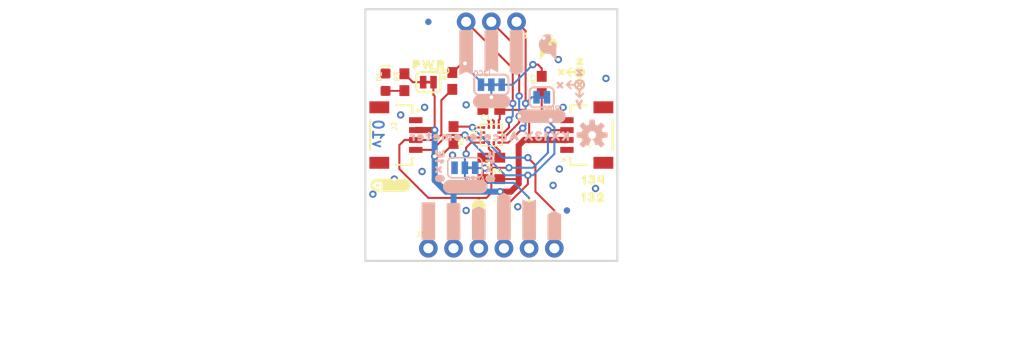
<source format=kicad_pcb>
(kicad_pcb (version 20211014) (generator pcbnew)
  (layers (0 "F.Cu" signal) (31 "B.Cu" signal) (34 "B.Paste" user) (35 "F.Paste" user) (36 "B.SilkS" user "B.Silkscreen") (37 "F.SilkS" user "F.Silkscreen") (38 "B.Mask" user) (39 "F.Mask" user) (44 "Edge.Cuts" user))
  (net 0 "")
  (net 1 "3.3V")
  (net 2 "GND")
  (net 3 "N$3")
  (net 4 "N$1")
  (net 5 "N$2")
  (net 6 "N$4")
  (net 7 "INT1")
  (net 8 "INT2")
  (net 9 "TRIG")
  (net 10 "~{CS}")
  (net 11 "SCL/SCLK")
  (net 12 "SDA/SDI")
  (net 13 "ADR/SDO")
  (net 14 "N$5")
  (footprint "boardEagle:STAND-OFF" (layer "F.Cu") (at 158.6611 94.8436)
    (fp_text reference "JP4" hide)
    (fp_text value "STAND-OFF" hide)
    (pad "" np_thru_hole circle (at 0 0) (size 3.302 3.302) (drill 3.302) (layers *.Cu *.Mask))
  )
  (footprint "boardEagle:LED-0603" (layer "F.Cu") (at 137.8331 99.6696 90)
    (fp_text reference "D1" (at 0 -0.635 90) (layer "F.SilkS") (effects (font (size 0.512064 0.512064) (thickness 0.097536)) (justify left)))
    (fp_text value "RED")
    (pad "A" smd roundrect (at -0.877 0) (size 1 1) (layers "F.Cu" "F.Paste" "F.Mask") (roundrect_rratio 0.15) (net 3 "N$3"))
    (pad "C" smd roundrect (at 0.877 0) (size 1 1) (layers "F.Cu" "F.Paste" "F.Mask") (roundrect_rratio 0.15) (net 2 "GND"))
  )
  (footprint "boardEagle:JST04_1MM_RA" (layer "F.Cu") (at 156.1211 105.0036 90)
    (fp_text reference "J4" (at -1.397 2.159 90) (layer "F.SilkS") (effects (font (size 0.512064 0.512064) (thickness 0.097536)) (justify left)))
    (fp_text value "QWIIC")
    (pad "1" smd rect (at -1.5 0 90) (size 0.6 1.35) (layers "F.Cu" "F.Paste" "F.Mask") (net 2 "GND"))
    (pad "2" smd rect (at -0.5 0 90) (size 0.6 1.35) (layers "F.Cu" "F.Paste" "F.Mask") (net 1 "3.3V"))
    (pad "3" smd rect (at 0.5 0 90) (size 0.6 1.35) (layers "F.Cu" "F.Paste" "F.Mask") (net 12 "SDA/SDI"))
    (pad "4" smd rect (at 1.5 0 90) (size 0.6 1.35) (layers "F.Cu" "F.Paste" "F.Mask") (net 11 "SCL/SCLK"))
    (pad "NC1" smd rect (at 2.8 3.675 90) (size 1.2 2) (layers "F.Cu" "F.Paste" "F.Mask"))
    (pad "NC2" smd rect (at -2.8 3.675 90) (size 1.2 2) (layers "F.Cu" "F.Paste" "F.Mask"))
  )
  (footprint "boardEagle:#SDA#0" (layer "F.Cu") (at 147.2311 115.9256 90)
    (fp_text reference "U$3" hide)
    (fp_text value "" hide)
  )
  (footprint "boardEagle:STAND-OFF" (layer "F.Cu") (at 138.3411 115.1636)
    (fp_text reference "JP7" hide)
    (fp_text value "STAND-OFF" hide)
    (pad "" np_thru_hole circle (at 0 0) (size 3.302 3.302) (drill 3.302) (layers *.Cu *.Mask))
  )
  (footprint "boardEagle:SMT-JUMPER_2_NC_TRACE_SILK" (layer "F.Cu") (at 142.1511 99.6696)
    (fp_text reference "PWR0" (at 0 -1.143) (layer "F.SilkS") (effects (font (size 0.512064 0.512064) (thickness 0.097536)) (justify left)))
    (fp_text value "JUMPER-SMT_2_NC_TRACE_SILK")
    (fp_poly (pts (xy 0.1905 0.13335) (xy -0.70485 0.13335) (xy -0.70485 -0.13335) (xy 0.1905 -0.13335)) (layer "F.Cu") (width 0) (fill solid))
    (pad "1" smd rect (at -0.5207 0) (size 0.6604 1.27) (layers "F.Cu" "F.Mask") (net 4 "N$1"))
    (pad "2" smd rect (at 0.5207 0) (size 0.6604 1.27) (layers "F.Cu" "F.Mask") (net 1 "3.3V"))
  )
  (footprint "boardEagle:#3V3#0" (layer "F.Cu") (at 144.6911 115.9256 90)
    (fp_text reference "U$4" hide)
    (fp_text value "" hide)
  )
  (footprint "boardEagle:#INT2#0" (layer "F.Cu") (at 145.9611 94.0816 -90)
    (fp_text reference "U$18" hide)
    (fp_text value "" hide)
  )
  (footprint "boardEagle:#SCL#0" (layer "F.Cu") (at 149.7711 115.9256 90)
    (fp_text reference "U$2" hide)
    (fp_text value "" hide)
  )
  (footprint "boardEagle:PWR0" (layer "F.Cu") (at 139.8651 97.8916)
    (fp_text reference "U$31" hide)
    (fp_text value "" hide)
  )
  (footprint "boardEagle:#GND#0" (layer "F.Cu") (at 142.1511 115.9256 90)
    (fp_text reference "U$6" hide)
    (fp_text value "" hide)
  )
  (footprint "boardEagle:##CS##0" (layer "F.Cu") (at 154.8511 115.9256 90)
    (fp_text reference "U$8" hide)
    (fp_text value "" hide)
  )
  (footprint "boardEagle:MICRO-FIDUCIAL" (layer "F.Cu") (at 156.1211 112.6236)
    (fp_text reference "JP2" hide)
    (fp_text value "FIDUCIALUFIDUCIAL" hide)
    (pad "1" smd roundrect (at 0 0) (size 0.635 0.635) (layers "F.Cu" "F.Mask") (roundrect_rratio 0.5))
  )
  (footprint "boardEagle:0603" (layer "F.Cu") (at 148.5011 102.4636 180)
    (fp_text reference "C1" (at 0 -0.762) (layer "F.SilkS") (effects (font (size 0.512064 0.512064) (thickness 0.097536)) (justify right)))
    (fp_text value "0.1uF")
    (pad "1" smd rect (at -0.85 0 180) (size 1.1 1) (layers "F.Cu" "F.Paste" "F.Mask") (net 1 "3.3V"))
    (pad "2" smd rect (at 0.85 0 180) (size 1.1 1) (layers "F.Cu" "F.Paste" "F.Mask") (net 2 "GND"))
  )
  (footprint "boardEagle:KX13X" (layer "F.Cu") (at 148.5011 105.0036 90)
    (fp_text reference "U1" (at 0 -1.7 90) (layer "F.SilkS") (effects (font (size 0.512064 0.512064) (thickness 0.097536)) (justify left)))
    (fp_text value "KX134")
    (pad "1" smd rect (at -0.7625 -0.75 180) (size 0.25 0.275) (layers "F.Cu" "F.Paste" "F.Mask") (net 13 "ADR/SDO"))
    (pad "2" smd rect (at -0.7625 -0.25 180) (size 0.25 0.275) (layers "F.Cu" "F.Paste" "F.Mask") (net 12 "SDA/SDI"))
    (pad "3" smd rect (at -0.7625 0.25 180) (size 0.25 0.275) (layers "F.Cu" "F.Paste" "F.Mask") (net 1 "3.3V"))
    (pad "4" smd rect (at -0.7625 0.75 180) (size 0.25 0.275) (layers "F.Cu" "F.Paste" "F.Mask") (net 9 "TRIG"))
    (pad "5" smd rect (at -0.25 0.75 90) (size 0.25 0.275) (layers "F.Cu" "F.Paste" "F.Mask") (net 7 "INT1"))
    (pad "6" smd rect (at 0.25 0.75 90) (size 0.25 0.275) (layers "F.Cu" "F.Paste" "F.Mask") (net 8 "INT2"))
    (pad "7" smd rect (at 0.7625 0.75 180) (size 0.25 0.275) (layers "F.Cu" "F.Paste" "F.Mask") (net 1 "3.3V"))
    (pad "8" smd rect (at 0.7625 0.25 180) (size 0.25 0.275) (layers "F.Cu" "F.Paste" "F.Mask") (net 2 "GND"))
    (pad "9" smd rect (at 0.7625 -0.25 180) (size 0.25 0.275) (layers "F.Cu" "F.Paste" "F.Mask") (net 2 "GND"))
    (pad "10" smd rect (at 0.7625 -0.75 180) (size 0.25 0.275) (layers "F.Cu" "F.Paste" "F.Mask") (net 10 "~{CS}"))
    (pad "11" smd rect (at 0.25 -0.75 90) (size 0.25 0.275) (layers "F.Cu" "F.Paste" "F.Mask"))
    (pad "12" smd rect (at -0.25 -0.75 90) (size 0.25 0.275) (layers "F.Cu" "F.Paste" "F.Mask") (net 11 "SCL/SCLK"))
  )
  (footprint "boardEagle:JST04_1MM_RA" (layer "F.Cu") (at 140.8811 105.0036 -90)
    (fp_text reference "J2" (at -1.397 2.159 90) (layer "F.SilkS") (effects (font (size 0.512064 0.512064) (thickness 0.097536)) (justify right)))
    (fp_text value "QWIIC")
    (pad "1" smd rect (at -1.5 0 270) (size 0.6 1.35) (layers "F.Cu" "F.Paste" "F.Mask") (net 2 "GND"))
    (pad "2" smd rect (at -0.5 0 270) (size 0.6 1.35) (layers "F.Cu" "F.Paste" "F.Mask") (net 1 "3.3V"))
    (pad "3" smd rect (at 0.5 0 270) (size 0.6 1.35) (layers "F.Cu" "F.Paste" "F.Mask") (net 12 "SDA/SDI"))
    (pad "4" smd rect (at 1.5 0 270) (size 0.6 1.35) (layers "F.Cu" "F.Paste" "F.Mask") (net 11 "SCL/SCLK"))
    (pad "NC1" smd rect (at 2.8 3.675 270) (size 1.2 2) (layers "F.Cu" "F.Paste" "F.Mask"))
    (pad "NC2" smd rect (at -2.8 3.675 270) (size 1.2 2) (layers "F.Cu" "F.Paste" "F.Mask"))
  )
  (footprint "boardEagle:0603" (layer "F.Cu") (at 148.5011 109.4486)
    (fp_text reference "R4" (at 0 -0.762) (layer "F.SilkS") (effects (font (size 0.512064 0.512064) (thickness 0.097536)) (justify left)))
    (fp_text value "4.7k")
    (pad "1" smd rect (at -0.85 0) (size 1.1 1) (layers "F.Cu" "F.Paste" "F.Mask") (net 14 "N$5"))
    (pad "2" smd rect (at 0.85 0) (size 1.1 1) (layers "F.Cu" "F.Paste" "F.Mask") (net 1 "3.3V"))
  )
  (footprint "boardEagle:1340" (layer "F.Cu") (at 156.8831 109.5248)
    (fp_text reference "U$34" hide)
    (fp_text value "" hide)
  )
  (footprint "boardEagle:CREATIVE_COMMONS" (layer "F.Cu") (at 119.2911 125.3236)
    (fp_text reference "FRAME1" hide)
    (fp_text value "FRAME-LETTER" hide)
  )
  (footprint "boardEagle:1X06_NO_SILK" (layer "F.Cu") (at 142.1511 116.4336)
    (fp_text reference "J5" (at -1.27 -1.397) (layer "F.SilkS") (effects (font (size 0.512064 0.512064) (thickness 0.097536)) (justify left)))
    (fp_text value "")
    (pad "1" thru_hole circle (at 0 0 90) (size 1.8796 1.8796) (drill 1.016) (layers *.Cu *.Mask) (net 2 "GND"))
    (pad "2" thru_hole circle (at 2.54 0 90) (size 1.8796 1.8796) (drill 1.016) (layers *.Cu *.Mask) (net 1 "3.3V"))
    (pad "3" thru_hole circle (at 5.08 0 90) (size 1.8796 1.8796) (drill 1.016) (layers *.Cu *.Mask) (net 12 "SDA/SDI"))
    (pad "4" thru_hole circle (at 7.62 0 90) (size 1.8796 1.8796) (drill 1.016) (layers *.Cu *.Mask) (net 11 "SCL/SCLK"))
    (pad "5" thru_hole circle (at 10.16 0 90) (size 1.8796 1.8796) (drill 1.016) (layers *.Cu *.Mask) (net 13 "ADR/SDO"))
    (pad "6" thru_hole circle (at 12.7 0 90) (size 1.8796 1.8796) (drill 1.016) (layers *.Cu *.Mask) (net 10 "~{CS}"))
  )
  (footprint "boardEagle:QWIIC_4MM" (layer "F.Cu") (at 138.3411 110.0836)
    (fp_text reference "LOGO3" hide)
    (fp_text value "QWIIC_LOGO_4MM" hide)
  )
  (footprint "boardEagle:SFE_LOGO_FLAME_.1" (layer "F.Cu") (at 154.2415 96.0628)
    (fp_text reference "LOGO1" hide)
    (fp_text value "SFE_LOGO_FLAME.1_INCH" hide)
  )
  (footprint "boardEagle:X0" (layer "F.Cu") (at 154.4955 98.5266)
    (fp_text reference "U$28" hide)
    (fp_text value "" hide)
  )
  (footprint "boardEagle:MICRO-FIDUCIAL" (layer "F.Cu") (at 142.1511 93.5736)
    (fp_text reference "JP6" hide)
    (fp_text value "FIDUCIALUFIDUCIAL" hide)
    (pad "1" smd roundrect (at 0 0) (size 0.635 0.635) (layers "F.Cu" "F.Mask") (roundrect_rratio 0.5))
  )
  (footprint "boardEagle:STAND-OFF" (layer "F.Cu") (at 138.3411 94.8436)
    (fp_text reference "JP3" hide)
    (fp_text value "STAND-OFF" hide)
    (pad "" np_thru_hole circle (at 0 0) (size 3.302 3.302) (drill 3.302) (layers *.Cu *.Mask))
  )
  (footprint "boardEagle:1X03_NO_SILK" (layer "F.Cu") (at 151.0411 93.5736 180)
    (fp_text reference "J1" (at -1.27 -1.397) (layer "F.SilkS") (effects (font (size 0.512064 0.512064) (thickness 0.097536)) (justify right)))
    (fp_text value "")
    (pad "1" thru_hole circle (at 0 0 270) (size 1.8796 1.8796) (drill 1.016) (layers *.Cu *.Mask) (net 9 "TRIG"))
    (pad "2" thru_hole circle (at 2.54 0 270) (size 1.8796 1.8796) (drill 1.016) (layers *.Cu *.Mask) (net 7 "INT1"))
    (pad "3" thru_hole circle (at 5.08 0 270) (size 1.8796 1.8796) (drill 1.016) (layers *.Cu *.Mask) (net 8 "INT2"))
  )
  (footprint "boardEagle:STAND-OFF" (layer "F.Cu") (at 158.6611 115.1636)
    (fp_text reference "JP8" hide)
    (fp_text value "STAND-OFF" hide)
    (pad "" np_thru_hole circle (at 0 0) (size 3.302 3.302) (drill 3.302) (layers *.Cu *.Mask))
  )
  (footprint "boardEagle:0603" (layer "F.Cu") (at 139.7381 99.6696 90)
    (fp_text reference "R3" (at 0 -0.762 90) (layer "F.SilkS") (effects (font (size 0.512064 0.512064) (thickness 0.097536)) (justify left)))
    (fp_text value "1k")
    (pad "1" smd rect (at -0.85 0 90) (size 1.1 1) (layers "F.Cu" "F.Paste" "F.Mask") (net 3 "N$3"))
    (pad "2" smd rect (at 0.85 0 90) (size 1.1 1) (layers "F.Cu" "F.Paste" "F.Mask") (net 4 "N$1"))
  )
  (footprint "boardEagle:#ADR#3" (layer "F.Cu") (at 152.3111 115.9256 90)
    (fp_text reference "U$20" hide)
    (fp_text value "" hide)
  )
  (footprint "boardEagle:Z0" (layer "F.Cu") (at 156.3751 97.4598)
    (fp_text reference "U$30" hide)
    (fp_text value "" hide)
  )
  (footprint "boardEagle:#INT1#0" (layer "F.Cu") (at 148.5011 94.0816 -90)
    (fp_text reference "U$12" hide)
    (fp_text value "" hide)
  )
  (footprint "boardEagle:0603" (layer "F.Cu") (at 144.6911 105.0036 -90)
    (fp_text reference "R2" (at 0 -0.762 90) (layer "F.SilkS") (effects (font (size 0.512064 0.512064) (thickness 0.097536)) (justify right)))
    (fp_text value "4.7k")
    (pad "1" smd rect (at -0.85 0 270) (size 1.1 1) (layers "F.Cu" "F.Paste" "F.Mask") (net 10 "~{CS}"))
    (pad "2" smd rect (at 0.85 0 270) (size 1.1 1) (layers "F.Cu" "F.Paste" "F.Mask") (net 1 "3.3V"))
  )
  (footprint "boardEagle:1320" (layer "F.Cu") (at 156.8323 111.2774)
    (fp_text reference "U$33" hide)
    (fp_text value "" hide)
  )
  (footprint "boardEagle:0603" (layer "F.Cu") (at 144.5641 99.5426 90)
    (fp_text reference "R1" (at 0 -0.762 90) (layer "F.SilkS") (effects (font (size 0.512064 0.512064) (thickness 0.097536)) (justify left)))
    (fp_text value "4.7k")
    (pad "1" smd rect (at -0.85 0 90) (size 1.1 1) (layers "F.Cu" "F.Paste" "F.Mask") (net 12 "SDA/SDI"))
    (pad "2" smd rect (at 0.85 0 90) (size 1.1 1) (layers "F.Cu" "F.Paste" "F.Mask") (net 5 "N$2"))
  )
  (footprint "boardEagle:0603" (layer "F.Cu") (at 148.5011 107.2896 180)
    (fp_text reference "C4" (at 0 -0.762) (layer "F.SilkS") (effects (font (size 0.512064 0.512064) (thickness 0.097536)) (justify right)))
    (fp_text value "0.1uF")
    (pad "1" smd rect (at -0.85 0 180) (size 1.1 1) (layers "F.Cu" "F.Paste" "F.Mask") (net 1 "3.3V"))
    (pad "2" smd rect (at 0.85 0 180) (size 1.1 1) (layers "F.Cu" "F.Paste" "F.Mask") (net 2 "GND"))
  )
  (footprint "boardEagle:Y0" (layer "F.Cu") (at 156.2989 100.3808)
    (fp_text reference "U$29" hide)
    (fp_text value "" hide)
  )
  (footprint "boardEagle:0603" (layer "F.Cu") (at 153.5811 99.9236 90)
    (fp_text reference "R7" (at 0 -0.762 90) (layer "F.SilkS") (effects (font (size 0.512064 0.512064) (thickness 0.097536)) (justify left)))
    (fp_text value "4.7k")
    (pad "1" smd rect (at -0.85 0 90) (size 1.1 1) (layers "F.Cu" "F.Paste" "F.Mask") (net 11 "SCL/SCLK"))
    (pad "2" smd rect (at 0.85 0 90) (size 1.1 1) (layers "F.Cu" "F.Paste" "F.Mask") (net 6 "N$4"))
  )
  (footprint "boardEagle:#TRIG#0" (layer "F.Cu") (at 151.0411 94.0816 -90)
    (fp_text reference "U$11" hide)
    (fp_text value "" hide)
  )
  (footprint "boardEagle:KX13X_ACCELEROMETER14" (layer "B.Cu") (at 148.2471 105.1306 180)
    (fp_text reference "U$27" hide)
    (fp_text value "" hide)
  )
  (footprint "boardEagle:#SDO#0" (layer "B.Cu") (at 152.3111 115.9256 90)
    (fp_text reference "U$26" hide)
    (fp_text value "" hide)
  )
  (footprint "boardEagle:SFE_LOGO_FLAME_.1" (layer "B.Cu") (at 154.1907 96.1136 180)
    (fp_text reference "LOGO2" hide)
    (fp_text value "SFE_LOGO_FLAME.1_INCH" hide)
  )
  (footprint "boardEagle:#I2C#0" (layer "B.Cu") (at 150.4061 101.6254 180)
    (fp_text reference "U$22" hide)
    (fp_text value "" hide)
  )
  (footprint "boardEagle:SMT-JUMPER_2_NC_TRACE_SILK" (layer "B.Cu") (at 153.5811 101.1936)
    (fp_text reference "TRIG0" (at 0 1.143) (layer "B.SilkS") (effects (font (size 0.512064 0.512064) (thickness 0.097536)) (justify right mirror)))
    (fp_text value "JUMPER-SMT_2_NC_TRACE_SILK")
    (fp_poly (pts (xy 0.1905 -0.13335) (xy -0.70485 -0.13335) (xy -0.70485 0.13335) (xy 0.1905 0.13335)) (layer "B.Cu") (width 0) (fill solid))
    (pad "1" smd rect (at -0.5207 0) (size 0.6604 1.27) (layers "B.Cu" "B.Mask") (net 9 "TRIG"))
    (pad "2" smd rect (at 0.5207 0) (size 0.6604 1.27) (layers "B.Cu" "B.Mask") (net 2 "GND"))
  )
  (footprint "boardEagle:#SDI#0" (layer "B.Cu") (at 147.2311 115.9256 90)
    (fp_text reference "U$24" hide)
    (fp_text value "" hide)
  )
  (footprint "boardEagle:Y0" (layer "B.Cu") (at 158.4325 101.6508 180)
    (fp_text reference "U$21" hide)
    (fp_text value "" hide)
  )
  (footprint "boardEagle:MICRO-FIDUCIAL" (layer "B.Cu") (at 142.1511 93.5736 180)
    (fp_text reference "JP1" hide)
    (fp_text value "FIDUCIALUFIDUCIAL" hide)
    (pad "1" smd roundrect (at 0 0 180) (size 0.635 0.635) (layers "B.Cu" "B.Mask") (roundrect_rratio 0.5))
  )
  (footprint "boardEagle:X0" (layer "B.Cu") (at 156.4767 99.8474 180)
    (fp_text reference "U$1" hide)
    (fp_text value "" hide)
  )
  (footprint "boardEagle:#GND#0" (layer "B.Cu") (at 142.1511 115.9256 90)
    (fp_text reference "U$7" hide)
    (fp_text value "" hide)
  )
  (footprint "boardEagle:MICRO-FIDUCIAL" (layer "B.Cu") (at 156.1211 112.6236 180)
    (fp_text reference "JP5" hide)
    (fp_text value "FIDUCIALUFIDUCIAL" hide)
    (pad "1" smd roundrect (at 0 0 180) (size 0.635 0.635) (layers "B.Cu" "B.Mask") (roundrect_rratio 0.5))
  )
  (footprint "boardEagle:#INT2#0" (layer "B.Cu") (at 145.9611 94.0816 -90)
    (fp_text reference "U$19" hide)
    (fp_text value "" hide)
  )
  (footprint "boardEagle:#3V3#0" (layer "B.Cu") (at 144.6911 115.9256 90)
    (fp_text reference "U$5" hide)
    (fp_text value "" hide)
  )
  (footprint "boardEagle:OSHW-LOGO-S" (layer "B.Cu") (at 158.6611 105.0036 180)
    (fp_text reference "LOGO5" hide)
    (fp_text value "OSHW-LOGOS" hide)
  )
  (footprint "boardEagle:#SCLK#0" (layer "B.Cu") (at 149.7711 115.9256 90)
    (fp_text reference "U$25" hide)
    (fp_text value "" hide)
  )
  (footprint "boardEagle:0X1F0" (layer "B.Cu") (at 148.3741 110.4646 90)
    (fp_text reference "U$23" hide)
    (fp_text value "" hide)
  )
  (footprint "boardEagle:SMT-JUMPER_3_1-NC_TRACE_SILK" (layer "B.Cu") (at 145.8341 108.3056)
    (fp_text reference "ADR0" (at 0 1.143) (layer "B.SilkS") (effects (font (size 0.512064 0.512064) (thickness 0.097536)) (justify right mirror)))
    (fp_text value "JUMPER-SMT_3_1-NC_TRACE_SILK")
    (fp_poly (pts (xy 0.7112 -0.13335) (xy -0.19685 -0.13335) (xy -0.19685 0.13335) (xy 0.7112 0.13335)) (layer "B.Cu") (width 0) (fill solid))
    (pad "1" smd rect (at -1.0414 0) (size 0.6604 1.27) (layers "B.Cu" "B.Mask") (net 2 "GND"))
    (pad "2" smd rect (at 0 0) (size 0.6604 1.27) (layers "B.Cu" "B.Mask") (net 13 "ADR/SDO"))
    (pad "3" smd rect (at 1.0414 0) (size 0.6604 1.27) (layers "B.Cu" "B.Mask") (net 14 "N$5"))
  )
  (footprint "boardEagle:#ADR#0" (layer "B.Cu") (at 148.1201 110.2106 180)
    (fp_text reference "U$10" hide)
    (fp_text value "" hide)
  )
  (footprint "boardEagle:#TRIG#0" (layer "B.Cu") (at 151.0411 94.0816 -90)
    (fp_text reference "U$15" hide)
    (fp_text value "" hide)
  )
  (footprint "boardEagle:Z0" (layer "B.Cu") (at 158.4579 98.5774 180)
    (fp_text reference "U$32" hide)
    (fp_text value "" hide)
  )
  (footprint "boardEagle:##CS##0" (layer "B.Cu") (at 154.8511 115.9256 90)
    (fp_text reference "U$9" hide)
    (fp_text value "" hide)
  )
  (footprint "boardEagle:#TRIG#2" (layer "B.Cu") (at 155.9941 103.0986 180)
    (fp_text reference "U$17" hide)
    (fp_text value "" hide)
  )
  (footprint "boardEagle:#INT1#0" (layer "B.Cu") (at 148.5011 94.0816 -90)
    (fp_text reference "U$13" hide)
    (fp_text value "" hide)
  )
  (footprint "boardEagle:0X1E0" (layer "B.Cu") (at 143.2941 110.4646 90)
    (fp_text reference "U$14" hide)
    (fp_text value "" hide)
  )
  (footprint "boardEagle:SMT-JUMPER_3_2-NC_TRACE_SILK" (layer "B.Cu") (at 148.5011 99.9236 180)
    (fp_text reference "I2C0" (at 0 1.143) (layer "B.SilkS") (effects (font (size 0.512064 0.512064) (thickness 0.097536)) (justify left mirror)))
    (fp_text value "JUMPER-SMT_3_2-NC_TRACE_SILK")
    (fp_poly (pts (xy 0.7112 -0.13335) (xy -0.7112 -0.13335) (xy -0.7112 0.13335) (xy 0.7112 0.13335)) (layer "B.Cu") (width 0) (fill solid))
    (pad "1" smd rect (at -1.0414 0 180) (size 0.6604 1.27) (layers "B.Cu" "B.Mask") (net 6 "N$4"))
    (pad "2" smd rect (at 0 0 180) (size 0.6604 1.27) (layers "B.Cu" "B.Mask") (net 1 "3.3V"))
    (pad "3" smd rect (at 1.0414 0 180) (size 0.6604 1.27) (layers "B.Cu" "B.Mask") (net 5 "N$2"))
  )
  (gr_line (start 157.0736 99.6061) (end 157.7086 100.2411) (layer "B.SilkS") (width 0.2032))
  (gr_circle (center 157.3911 99.9236) (end 157.849003 99.9236) (layer "B.SilkS") (width 0.2032) (fill none))
  (gr_line (start 156.8831 99.9236) (end 156.1211 99.9236) (layer "B.SilkS") (width 0.2032))
  (gr_line (start 157.0736 100.2411) (end 157.7086 99.6061) (layer "B.SilkS") (width 0.2032))
  (gr_line (start 156.1211 99.9236) (end 156.5021 99.5426) (layer "B.SilkS") (width 0.2032))
  (gr_line (start 157.3911 101.1936) (end 157.0101 100.8126) (layer "B.SilkS") (width 0.2032))
  (gr_line (start 157.3911 101.1936) (end 157.3911 100.4316) (layer "B.SilkS") (width 0.2032))
  (gr_line (start 156.1211 99.9236) (end 156.5021 100.3046) (layer "B.SilkS") (width 0.2032))
  (gr_line (start 157.3911 101.1936) (end 157.7721 100.8126) (layer "B.SilkS") (width 0.2032))
  (gr_line (start 156.1211 98.6536) (end 156.5021 99.0346) (layer "F.SilkS") (width 0.2032))
  (gr_line (start 157.3911 99.9236) (end 157.3911 99.1616) (layer "F.SilkS") (width 0.2032))
  (gr_line (start 156.8831 98.6536) (end 156.1211 98.6536) (layer "F.SilkS") (width 0.2032))
  (gr_circle (center 157.3911 98.6536) (end 157.849003 98.6536) (layer "F.SilkS") (width 0.2032) (fill none))
  (gr_line (start 157.3911 99.9236) (end 157.0101 99.5426) (layer "F.SilkS") (width 0.2032))
  (gr_line (start 157.3911 99.9236) (end 157.7721 99.5426) (layer "F.SilkS") (width 0.2032))
  (gr_circle (center 157.3911 98.6536) (end 157.4673 98.6536) (layer "F.SilkS") (width 0.2032) (fill none))
  (gr_line (start 156.1211 98.6536) (end 156.5021 98.2726) (layer "F.SilkS") (width 0.2032))
  (gr_line (start 135.8011 117.7036) (end 135.8011 92.3036) (layer "Edge.Cuts") (width 0.2032))
  (gr_line (start 161.2011 92.3036) (end 161.2011 117.7036) (layer "Edge.Cuts") (width 0.2032))
  (gr_line (start 161.2011 117.7036) (end 135.8011 117.7036) (layer "Edge.Cuts") (width 0.2032))
  (gr_line (start 135.8011 92.3036) (end 161.2011 92.3036) (layer "Edge.Cuts") (width 0.2032))
  (gr_text "v10" (at 137.0711 104.8766 -90) (layer "B.Cu") (effects (font (size 1.0795 1.0795) (thickness 0.1905)) (justify mirror)))
  (segment (start 151.257 109.928057) (end 151.257 109.4486) (width 0.6096) (layer "F.Cu") (net 1))
  (segment (start 149.3511 103.3916) (end 149.3511 102.4636) (width 0.2032) (layer "F.Cu") (net 1))
  (segment (start 140.8811 104.5036) (end 140.8891 104.4956) (width 0.2032) (layer "F.Cu") (net 1))
  (segment (start 149.2511 103.4916) (end 149.3511 103.3916) (width 0.2032) (layer "F.Cu") (net 1))
  (segment (start 151.257 109.4486) (end 151.257 107.2896) (width 0.6096) (layer "F.Cu") (net 1))
  (segment (start 152.3191 105.5036) (end 151.8111 105.5036) (width 0.6096) (layer "F.Cu") (net 1))
  (segment (start 144.6911 105.8536) (end 143.3821 107.1626) (width 0.2032) (layer "F.Cu") (net 1))
  (segment (start 156.1211 105.5036) (end 152.3191 105.5036) (width 0.6096) (layer "F.Cu") (net 1))
  (segment (start 149.3901 110.7186) (end 150.466456 110.7186) (width 0.6096) (layer "F.Cu") (net 1))
  (segment (start 143.3821 107.1626) (end 142.7861 107.1626) (width 0.2032) (layer "F.Cu") (net 1))
  (segment (start 151.9301 102.4636) (end 149.3511 102.4636) (width 0.2032) (layer "F.Cu") (net 1))
  (segment (start 151.8111 105.5036) (end 151.257 106.0577) (width 0.6096) (layer "F.Cu") (net 1))
  (segment (start 148.7511 105.7661) (end 148.7511 106.0156) (width 0.2032) (layer "F.Cu") (net 1))
  (segment (start 149.3511 109.4486) (end 151.257 109.4486) (width 0.2032) (layer "F.Cu") (net 1))
  (segment (start 142.6591 100.9396) (end 142.6591 99.6823) (width 0.2032) (layer "F.Cu") (net 1))
  (segment (start 149.3511 106.6156) (end 148.7511 106.0156) (width 0.2032) (layer "F.Cu") (net 1))
  (segment (start 152.3111 102.8446) (end 151.9301 102.4636) (width 0.2032) (layer "F.Cu") (net 1))
  (segment (start 149.3511 101.4086) (end 149.3511 102.4636) (width 0.2032) (layer "F.Cu") (net 1))
  (segment (start 151.257 106.0577) (end 151.257 107.2896) (width 0.6096) (layer "F.Cu") (net 1))
  (segment (start 142.7861 101.0666) (end 142.6591 100.9396) (width 0.2032) (layer "F.Cu") (net 1))
  (segment (start 149.2511 104.2411) (end 149.2511 103.4916) (width 0.2032) (layer "F.Cu") (net 1))
  (segment (start 152.3111 105.5116) (end 152.3111 102.8446) (width 0.2032) (layer "F.Cu") (net 1))
  (segment (start 151.257 109.928057) (end 150.466456 110.7186) (width 0.6096) (layer "F.Cu") (net 1))
  (segment (start 148.5011 101.1936) (end 149.1361 101.1936) (width 0.2032) (layer "F.Cu") (net 1))
  (segment (start 142.7861 104.4956) (end 142.7861 101.0666) (width 0.2032) (layer "F.Cu") (net 1))
  (segment (start 149.3511 107.2896) (end 151.257 107.2896) (width 0.2032) (layer "F.Cu") (net 1))
  (segment (start 149.3511 107.2896) (end 149.3511 106.6156) (width 0.2032) (layer "F.Cu") (net 1))
  (segment (start 142.6591 99.6823) (end 142.6718 99.6696) (width 0.2032) (layer "F.Cu") (net 1))
  (segment (start 152.3111 105.5116) (end 152.3191 105.5036) (width 0.6096) (layer "F.Cu") (net 1))
  (segment (start 140.8891 104.4956) (end 142.7861 104.4956) (width 0.6096) (layer "F.Cu") (net 1))
  (segment (start 149.1361 101.1936) (end 149.3511 101.4086) (width 0.2032) (layer "F.Cu") (net 1))
  (via (at 149.3901 110.7186) (size 0.7366) (drill 0.381) (layers "F.Cu" "B.Cu") (net 1))
  (via (at 148.5011 101.1936) (size 0.7366) (drill 0.381) (layers "F.Cu" "B.Cu") (net 1))
  (via (at 142.7861 107.1626) (size 0.7366) (drill 0.381) (layers "F.Cu" "B.Cu") (net 1))
  (via (at 142.7861 104.4956) (size 0.7366) (drill 0.381) (layers "F.Cu" "B.Cu") (net 1))
  (segment (start 148.5011 99.9236) (end 148.5011 101.1936) (width 0.2032) (layer "B.Cu") (net 1))
  (segment (start 142.7861 107.1626) (end 142.7861 104.4956) (width 0.6096) (layer "B.Cu") (net 1))
  (segment (start 143.9291 110.7186) (end 142.7861 109.5756) (width 0.6096) (layer "B.Cu") (net 1))
  (segment (start 144.6911 110.7186) (end 144.6911 116.4336) (width 0.6096) (layer "B.Cu") (net 1))
  (segment (start 144.6911 110.7186) (end 143.9291 110.7186) (width 0.6096) (layer "B.Cu") (net 1))
  (segment (start 142.7861 109.5756) (end 142.7861 107.1626) (width 0.6096) (layer "B.Cu") (net 1))
  (segment (start 144.6911 110.7186) (end 149.3901 110.7186) (width 0.6096) (layer "B.Cu") (net 1))
  (segment (start 148.7511 103.6026) (end 148.6281 103.4796) (width 0.2032) (layer "F.Cu") (net 2))
  (segment (start 148.7511 104.2411) (end 148.7511 103.6026) (width 0.2032) (layer "F.Cu") (net 2))
  (segment (start 148.2511 103.6106) (end 148.1201 103.4796) (width 0.2032) (layer "F.Cu") (net 2))
  (segment (start 148.2511 104.2411) (end 148.2511 103.6106) (width 0.2032) (layer "F.Cu") (net 2))
  (via (at 141.7701 102.2096) (size 0.7366) (drill 0.381) (layers "F.Cu" "B.Cu") (net 2))
  (via (at 139.3571 102.9716) (size 0.7366) (drill 0.381) (layers "F.Cu" "B.Cu") (net 2))
  (via (at 141.5161 108.6866) (size 0.7366) (drill 0.381) (layers "F.Cu" "B.Cu") (net 2))
  (via (at 155.3591 108.4326) (size 0.7366) (drill 0.381) (layers "F.Cu" "B.Cu") (net 2))
  (via (at 154.7241 110.0836) (size 0.7366) (drill 0.381) (layers "F.Cu" "B.Cu") (net 2))
  (via (at 138.7221 109.4486) (size 0.7366) (drill 0.381) (layers "F.Cu" "B.Cu") (net 2))
  (via (at 159.004 110.4011) (size 0.7366) (drill 0.381) (layers "F.Cu" "B.Cu") (net 2))
  (via (at 145.9611 112.6236) (size 0.7366) (drill 0.381) (layers "F.Cu" "B.Cu") (net 2))
  (via (at 144.5895 107.0356) (size 0.7366) (drill 0.381) (layers "F.Cu" "B.Cu") (net 2))
  (via (at 136.5631 110.9726) (size 0.7366) (drill 0.381) (layers "F.Cu" "B.Cu") (net 2))
  (via (at 155.2575 97.3836) (size 0.7366) (drill 0.381) (layers "F.Cu" "B.Cu") (net 2))
  (via (at 151.1681 112.2426) (size 0.7366) (drill 0.381) (layers "F.Cu" "B.Cu") (net 2))
  (via (at 160.0581 99.2886) (size 0.7366) (drill 0.381) (layers "F.Cu" "B.Cu") (net 2))
  (via (at 145.9611 101.9556) (size 0.7366) (drill 0.381) (layers "F.Cu" "B.Cu") (net 2))
  (via (at 155.7401 102.2096) (size 0.7366) (drill 0.381) (layers "F.Cu" "B.Cu") (net 2))
  (segment (start 139.7381 100.5196) (end 139.7111 100.5466) (width 0.1778) (layer "F.Cu") (net 3))
  (segment (start 139.7111 100.5466) (end 137.8331 100.5466) (width 0.1778) (layer "F.Cu") (net 3))
  (segment (start 140.5881 99.6696) (end 141.6304 99.6696) (width 0.2032) (layer "F.Cu") (net 4))
  (segment (start 139.7381 98.8196) (end 140.5881 99.6696) (width 0.2032) (layer "F.Cu") (net 4))
  (segment (start 145.5293 97.7646) (end 144.6013 98.6926) (width 0.2032) (layer "F.Cu") (net 5))
  (segment (start 144.5641 98.6926) (end 144.6013 98.6926) (width 0.2032) (layer "F.Cu") (net 5))
  (segment (start 145.8341 97.7646) (end 145.5293 97.7646) (width 0.2032) (layer "F.Cu") (net 5))
  (via (at 145.8341 97.7646) (size 0.7366) (drill 0.381) (layers "F.Cu" "B.Cu") (net 5))
  (segment (start 147.4597 99.9236) (end 147.4597 99.6442) (width 0.2032) (layer "B.Cu") (net 5))
  (segment (start 145.8341 98.0186) (end 145.8341 97.7646) (width 0.2032) (layer "B.Cu") (net 5))
  (segment (start 147.4597 99.6442) (end 145.8341 98.0186) (width 0.2032) (layer "B.Cu") (net 5))
  (segment (start 153.2001 97.8916) (end 152.6921 97.8916) (width 0.2032) (layer "F.Cu") (net 6))
  (segment (start 153.5811 99.0736) (end 153.5811 98.2726) (width 0.2032) (layer "F.Cu") (net 6))
  (segment (start 153.5811 98.2726) (end 153.2001 97.8916) (width 0.2032) (layer "F.Cu") (net 6))
  (via (at 152.6921 97.8916) (size 0.7366) (drill 0.381) (layers "F.Cu" "B.Cu") (net 6))
  (segment (start 149.5425 99.9236) (end 150.6601 99.9236) (width 0.2032) (layer "B.Cu") (net 6))
  (segment (start 152.6921 97.8916) (end 150.6601 99.9236) (width 0.2032) (layer "B.Cu") (net 6))
  (segment (start 149.805918 105.2536) (end 149.2511 105.2536) (width 0.2032) (layer "F.Cu") (net 7))
  (segment (start 151.3078 96.3803) (end 151.3078 101.0666) (width 0.2032) (layer "F.Cu") (net 7))
  (segment (start 148.5011 93.5736) (end 151.3078 96.3803) (width 0.2032) (layer "F.Cu") (net 7))
  (segment (start 151.3078 103.1113) (end 151.3078 103.751719) (width 0.2032) (layer "F.Cu") (net 7))
  (segment (start 151.3078 103.751719) (end 149.805918 105.2536) (width 0.2032) (layer "F.Cu") (net 7))
  (via (at 151.3078 103.1113) (size 0.7366) (drill 0.381) (layers "F.Cu" "B.Cu") (net 7))
  (via (at 151.3078 101.0666) (size 0.7366) (drill 0.381) (layers "F.Cu" "B.Cu") (net 7))
  (segment (start 151.3078 101.0666) (end 151.3078 103.1113) (width 0.2032) (layer "B.Cu") (net 7))
  (segment (start 150.2791 103.4796) (end 150.2791 104.2416) (width 0.2032) (layer "F.Cu") (net 8))
  (segment (start 150.2791 104.2416) (end 149.7671 104.7536) (width 0.2032) (layer "F.Cu") (net 8))
  (segment (start 150.6601 98.2726) (end 150.6601 101.8159) (width 0.2032) (layer "F.Cu") (net 8))
  (segment (start 145.9611 93.5736) (end 150.6601 98.2726) (width 0.2032) (layer "F.Cu") (net 8))
  (segment (start 149.7671 104.7536) (end 149.2511 104.7536) (width 0.2032) (layer "F.Cu") (net 8))
  (via (at 150.6601 101.8159) (size 0.7366) (drill 0.381) (layers "F.Cu" "B.Cu") (net 8))
  (via (at 150.2791 103.4796) (size 0.7366) (drill 0.381) (layers "F.Cu" "B.Cu") (net 8))
  (segment (start 150.6601 103.0986) (end 150.2791 103.4796) (width 0.2032) (layer "B.Cu") (net 8))
  (segment (start 150.6601 101.8159) (end 150.6601 103.0986) (width 0.2032) (layer "B.Cu") (net 8))
  (segment (start 151.9555 94.488) (end 151.9555 101.8159) (width 0.2032) (layer "F.Cu") (net 9))
  (segment (start 151.0411 93.5736) (end 151.9555 94.488) (width 0.2032) (layer "F.Cu") (net 9))
  (segment (start 150.209406 105.7661) (end 149.2511 105.7661) (width 0.2032) (layer "F.Cu") (net 9))
  (segment (start 151.6634 104.312107) (end 150.209406 105.7661) (width 0.2032) (layer "F.Cu") (net 9))
  (via (at 151.9555 101.8159) (size 0.7366) (drill 0.381) (layers "F.Cu" "B.Cu") (net 9))
  (via (at 151.6634 104.312107) (size 0.7366) (drill 0.381) (layers "F.Cu" "B.Cu") (net 9))
  (segment (start 152.5778 101.1936) (end 153.0604 101.1936) (width 0.2032) (layer "B.Cu") (net 9))
  (segment (start 151.9555 101.8159) (end 152.5778 101.1936) (width 0.2032) (layer "B.Cu") (net 9))
  (segment (start 151.9555 104.020007) (end 151.6634 104.312107) (width 0.2032) (layer "B.Cu") (net 9))
  (segment (start 151.9555 101.8159) (end 151.9555 104.020007) (width 0.2032) (layer "B.Cu") (net 9))
  (segment (start 146.5081 104.1536) (end 146.5961 104.2416) (width 0.2032) (layer "F.Cu") (net 10))
  (segment (start 152.9461 108.0516) (end 152.9461 110.7186) (width 0.2032) (layer "F.Cu") (net 10))
  (segment (start 147.7506 104.2416) (end 146.5961 104.2416) (width 0.2032) (layer "F.Cu") (net 10))
  (segment (start 154.8511 112.6236) (end 154.8511 116.4336) (width 0.2032) (layer "F.Cu") (net 10))
  (segment (start 147.7511 104.2411) (end 147.7506 104.2416) (width 0.2032) (layer "F.Cu") (net 10))
  (segment (start 152.9461 110.7186) (end 154.8511 112.6236) (width 0.2032) (layer "F.Cu") (net 10))
  (segment (start 144.6911 104.1536) (end 146.5081 104.1536) (width 0.2032) (layer "F.Cu") (net 10))
  (segment (start 152.1841 107.2896) (end 152.9461 108.0516) (width 0.2032) (layer "F.Cu") (net 10))
  (via (at 146.5961 104.2416) (size 0.7366) (drill 0.381) (layers "F.Cu" "B.Cu") (net 10))
  (via (at 152.1841 107.2896) (size 0.7366) (drill 0.381) (layers "F.Cu" "B.Cu") (net 10))
  (segment (start 149.6441 107.2896) (end 146.5961 104.2416) (width 0.2032) (layer "B.Cu") (net 10))
  (segment (start 152.1841 107.2896) (end 149.6441 107.2896) (width 0.2032) (layer "B.Cu") (net 10))
  (segment (start 145.8341 105.0036) (end 144.0561 105.0036) (width 0.2032) (layer "F.Cu") (net 11))
  (segment (start 144.0561 105.0036) (end 142.5561 106.5036) (width 0.2032) (layer "F.Cu") (net 11))
  (segment (start 153.5811 102.5906) (end 154.4701 103.4796) (width 0.2032) (layer "F.Cu") (net 11))
  (segment (start 156.0971 103.4796) (end 156.1211 103.5036) (width 0.2032) (layer "F.Cu") (net 11))
  (segment (start 149.7711 112.3696) (end 149.7711 116.4336) (width 0.2032) (layer "F.Cu") (net 11))
  (segment (start 146.0841 105.2536) (end 145.8341 105.0036) (width 0.2032) (layer "F.Cu") (net 11))
  (segment (start 152.1841 109.0676) (end 152.1841 109.9566) (width 0.2032) (layer "F.Cu") (net 11))
  (segment (start 152.1841 109.9566) (end 149.7711 112.3696) (width 0.2032) (layer "F.Cu") (net 11))
  (segment (start 154.4701 103.4796) (end 156.0971 103.4796) (width 0.2032) (layer "F.Cu") (net 11))
  (segment (start 153.5811 100.7736) (end 153.5811 102.5906) (width 0.2032) (layer "F.Cu") (net 11))
  (segment (start 147.7511 105.2536) (end 146.0841 105.2536) (width 0.2032) (layer "F.Cu") (net 11))
  (segment (start 142.5561 106.5036) (end 140.8811 106.5036) (width 0.2032) (layer "F.Cu") (net 11))
  (via (at 152.1841 109.0676) (size 0.7366) (drill 0.381) (layers "F.Cu" "B.Cu") (net 11))
  (via (at 154.4701 103.4796) (size 0.7366) (drill 0.381) (layers "F.Cu" "B.Cu") (net 11))
  (via (at 145.8341 105.0036) (size 0.7366) (drill 0.381) (layers "F.Cu" "B.Cu") (net 11))
  (segment (start 154.4701 103.849613) (end 154.4701 103.4796) (width 0.2032) (layer "B.Cu") (net 11))
  (segment (start 149.8981 109.0676) (end 152.1841 109.0676) (width 0.2032) (layer "B.Cu") (net 11))
  (segment (start 154.8558 106.9039) (end 154.8558 104.235313) (width 0.2032) (layer "B.Cu") (net 11))
  (segment (start 152.1841 109.0676) (end 152.6921 109.0676) (width 0.2032) (layer "B.Cu") (net 11))
  (segment (start 154.8558 104.235313) (end 154.4701 103.849613) (width 0.2032) (layer "B.Cu") (net 11))
  (segment (start 152.6921 109.0676) (end 154.8558 106.9039) (width 0.2032) (layer "B.Cu") (net 11))
  (segment (start 149.8981 109.0676) (end 145.8341 105.0036) (width 0.2032) (layer "B.Cu") (net 11))
  (segment (start 139.7461 105.5036) (end 139.2301 106.0196) (width 0.2032) (layer "F.Cu") (net 12))
  (segment (start 147.2311 116.4336) (end 147.2311 111.3536) (width 0.2032) (layer "F.Cu") (net 12))
  (segment (start 147.9931 111.3536) (end 148.5011 110.8456) (width 0.2032) (layer "F.Cu") (net 12))
  (segment (start 142.9211 105.5036) (end 143.4641 104.9606) (width 0.2032) (layer "F.Cu") (net 12))
  (segment (start 142.1511 111.3536) (end 147.2311 111.3536) (width 0.2032) (layer "F.Cu") (net 12))
  (segment (start 148.5011 106.6546) (end 148.2471 106.4006) (width 0.2032) (layer "F.Cu") (net 12))
  (segment (start 139.2301 106.0196) (end 139.2301 108.4326) (width 0.2032) (layer "F.Cu") (net 12))
  (segment (start 156.1211 104.5036) (end 154.2081 104.5036) (width 0.2032) (layer "F.Cu") (net 12))
  (segment (start 150.2791 108.3056) (end 148.5011 108.3056) (width 0.2032) (layer "F.Cu") (net 12))
  (segment (start 140.8811 105.5036) (end 142.9211 105.5036) (width 0.2032) (layer "F.Cu") (net 12))
  (segment (start 148.2471 106.4006) (end 148.2471 105.7701) (width 0.2032) (layer "F.Cu") (net 12))
  (segment (start 148.5011 106.6546) (end 148.5011 108.3056) (width 0.2032) (layer "F.Cu") (net 12))
  (segment (start 140.8811 105.5036) (end 139.7461 105.5036) (width 0.2032) (layer "F.Cu") (net 12))
  (segment (start 143.4641 101.4926) (end 143.4641 104.9606) (width 0.2032) (layer "F.Cu") (net 12))
  (segment (start 148.2471 105.7701) (end 148.2511 105.7661) (width 0.2032) (layer "F.Cu") (net 12))
  (segment (start 144.5641 100.3926) (end 143.4641 101.4926) (width 0.2032) (layer "F.Cu") (net 12))
  (segment (start 139.2301 108.4326) (end 142.1511 111.3536) (width 0.2032) (layer "F.Cu") (net 12))
  (segment (start 148.5011 108.3056) (end 148.5011 110.8456) (width 0.2032) (layer "F.Cu") (net 12))
  (segment (start 147.2311 111.3536) (end 147.9931 111.3536) (width 0.2032) (layer "F.Cu") (net 12))
  (via (at 154.2081 104.5036) (size 0.7366) (drill 0.381) (layers "F.Cu" "B.Cu") (net 12))
  (via (at 150.2791 108.3056) (size 0.7366) (drill 0.381) (layers "F.Cu" "B.Cu") (net 12))
  (segment (start 152.6921 108.3056) (end 150.2791 108.3056) (width 0.2032) (layer "B.Cu") (net 12))
  (segment (start 154.2081 104.5036) (end 154.2081 106.7896) (width 0.2032) (layer "B.Cu") (net 12))
  (segment (start 154.2081 106.7896) (end 152.6921 108.3056) (width 0.2032) (layer "B.Cu") (net 12))
  (segment (start 147.7511 105.7661) (end 146.4686 105.7661) (width 0.2032) (layer "F.Cu") (net 13))
  (segment (start 146.4686 105.7661) (end 145.9611 106.2736) (width 0.2032) (layer "F.Cu") (net 13))
  (segment (start 145.9611 106.2736) (end 145.9611 106.9086) (width 0.2032) (layer "F.Cu") (net 13))
  (via (at 145.9611 106.9086) (size 0.7366) (drill 0.381) (layers "F.Cu" "B.Cu") (net 13))
  (segment (start 150.7871 109.8296) (end 152.3111 111.3536) (width 0.2032) (layer "B.Cu") (net 13))
  (segment (start 145.8341 109.3216) (end 146.3421 109.8296) (width 0.2032) (layer "B.Cu") (net 13))
  (segment (start 152.3111 111.3536) (end 152.3111 116.4336) (width 0.2032) (layer "B.Cu") (net 13))
  (segment (start 145.9611 106.9086) (end 145.8341 107.0356) (width 0.2032) (layer "B.Cu") (net 13))
  (segment (start 145.8341 107.0356) (end 145.8341 108.3056) (width 0.2032) (layer "B.Cu") (net 13))
  (segment (start 146.3421 109.8296) (end 150.7871 109.8296) (width 0.2032) (layer "B.Cu") (net 13))
  (segment (start 145.8341 108.3056) (end 145.8341 109.3216) (width 0.2032) (layer "B.Cu") (net 13))
  (segment (start 147.6511 108.538) (end 147.8534 108.3357) (width 0.2032) (layer "F.Cu") (net 14))
  (segment (start 147.6511 109.4486) (end 147.6511 108.538) (width 0.2032) (layer "F.Cu") (net 14))
  (via (at 147.8534 108.3357) (size 0.7366) (drill 0.381) (layers "F.Cu" "B.Cu") (net 14))
  (segment (start 147.8534 108.3357) (end 146.9056 108.3357) (width 0.2032) (layer "B.Cu") (net 14))
  (segment (start 146.9056 108.3357) (end 146.8755 108.3056) (width 0.2032) (layer "B.Cu") (net 14))
)
</source>
